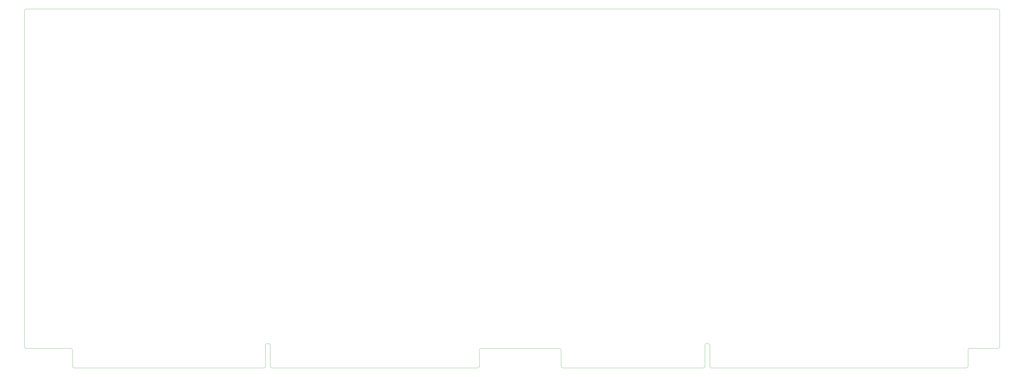
<source format=gbr>
G04 #@! TF.GenerationSoftware,KiCad,Pcbnew,5.1.4-e60b266~84~ubuntu18.04.1*
G04 #@! TF.CreationDate,2019-11-09T01:56:08-04:00*
G04 #@! TF.ProjectId,nova_modern,6e6f7661-5f6d-46f6-9465-726e2e6b6963,0.1*
G04 #@! TF.SameCoordinates,Original*
G04 #@! TF.FileFunction,Profile,NP*
%FSLAX46Y46*%
G04 Gerber Fmt 4.6, Leading zero omitted, Abs format (unit mm)*
G04 Created by KiCad (PCBNEW 5.1.4-e60b266~84~ubuntu18.04.1) date 2019-11-09 01:56:08*
%MOMM*%
%LPD*%
G04 APERTURE LIST*
%ADD10C,0.050000*%
G04 APERTURE END LIST*
D10*
X120650000Y-99695000D02*
X121285000Y-99695000D01*
X291465000Y-99695000D02*
X292100000Y-99695000D01*
X290830000Y-100330000D02*
G75*
G02X291465000Y-99695000I635000J0D01*
G01*
X292100000Y-99695000D02*
G75*
G02X292735000Y-100330000I0J-635000D01*
G01*
X120015000Y-100330000D02*
G75*
G02X120650000Y-99695000I635000J0D01*
G01*
X121285000Y-99695000D02*
G75*
G02X121920000Y-100330000I0J-635000D01*
G01*
X293370000Y-109220000D02*
X392430000Y-109220000D01*
X292735000Y-100330000D02*
X292735000Y-108585000D01*
X290830000Y-108585000D02*
X290830000Y-100330000D01*
X122555000Y-109220000D02*
X202565000Y-109220000D01*
X121920000Y-100330000D02*
X121920000Y-108585000D01*
X120015000Y-108585000D02*
X120015000Y-100330000D01*
X122555000Y-109220000D02*
G75*
G02X121920000Y-108585000I0J635000D01*
G01*
X120015000Y-108585000D02*
G75*
G02X119380000Y-109220000I-635000J0D01*
G01*
X293370000Y-109220000D02*
G75*
G02X292735000Y-108585000I0J635000D01*
G01*
X290830000Y-108585000D02*
G75*
G02X290195000Y-109220000I-635000J0D01*
G01*
X235585000Y-109220000D02*
X290195000Y-109220000D01*
X203200000Y-102235000D02*
X203200000Y-108585000D01*
X234315000Y-101600000D02*
X203835000Y-101600000D01*
X234950000Y-102235000D02*
X234950000Y-108585000D01*
X234315000Y-101600000D02*
G75*
G02X234950000Y-102235000I0J-635000D01*
G01*
X203200000Y-102235000D02*
G75*
G02X203835000Y-101600000I635000J0D01*
G01*
X235585000Y-109220000D02*
G75*
G02X234950000Y-108585000I0J635000D01*
G01*
X203200000Y-108585000D02*
G75*
G02X202565000Y-109220000I-635000J0D01*
G01*
X393065000Y-108585000D02*
X393065000Y-102235000D01*
X393065000Y-102235000D02*
G75*
G02X393700000Y-101600000I635000J0D01*
G01*
X405384000Y-100965000D02*
G75*
G02X404749000Y-101600000I-635000J0D01*
G01*
X393065000Y-108585000D02*
G75*
G02X392430000Y-109220000I-635000J0D01*
G01*
X393700000Y-101600000D02*
X404749000Y-101600000D01*
X405384000Y29845000D02*
X405384000Y-100965000D01*
X45720000Y-109220000D02*
X119380000Y-109220000D01*
X45085000Y-102235000D02*
X45085000Y-108585000D01*
X27051000Y-101600000D02*
X44450000Y-101600000D01*
X26416000Y29845000D02*
X26416000Y-100965000D01*
X404749000Y30480000D02*
X27051000Y30480000D01*
X404749000Y30480000D02*
G75*
G02X405384000Y29845000I0J-635000D01*
G01*
X45720000Y-109220000D02*
G75*
G02X45085000Y-108585000I0J635000D01*
G01*
X44450000Y-101600000D02*
G75*
G02X45085000Y-102235000I0J-635000D01*
G01*
X27051000Y-101600000D02*
G75*
G02X26416000Y-100965000I0J635000D01*
G01*
X26416000Y29845000D02*
G75*
G02X27051000Y30480000I635000J0D01*
G01*
M02*

</source>
